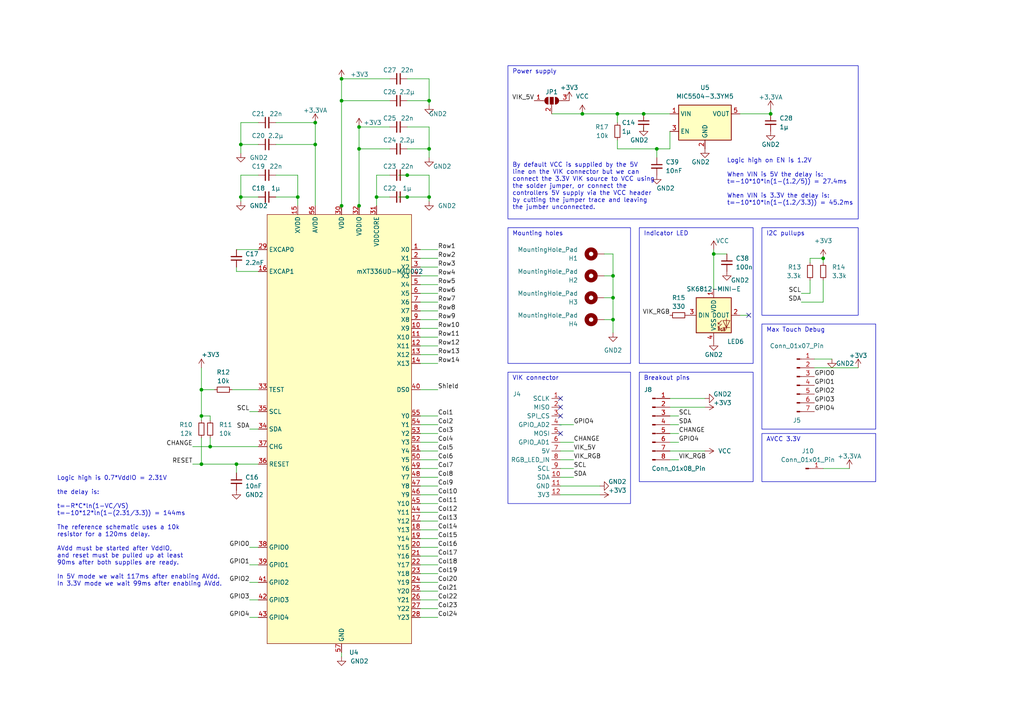
<source format=kicad_sch>
(kicad_sch (version 20230121) (generator eeschema)
  (paper "A4")
  (title_block (title "Trackpad") (date "2023-12-08") (rev "1") (company "George Norton"))
  (lib_symbols
    (symbol "Connector:Conn_01x01_Pin" (pin_names (offset 1.016) hide)
      (property "Reference" "J" (at 0 2.54 0))
      (property "Value" "Conn_01x01_Pin" (at 0 -2.54 0))
      (symbol "Conn_01x01_Pin_1_1"
        (polyline (pts (xy 1.27 0) (xy 0.8636 0)) (stroke (width 0.1524)))
        (rectangle (start 0.8636 0.127) (end 0 -0.127) (stroke (width 0.1524)) (fill (type outline)))
        (pin passive line (at 5.08 0 180) (length 3.81) (name "Pin_1") (number "1"))
      )
    )
    (symbol "Connector:Conn_01x07_Pin" (pin_names (offset 1.016) hide)
      (property "Reference" "J" (at 0 10.16 0))
      (property "Value" "Conn_01x07_Pin" (at 0 -10.16 0))
      (symbol "Conn_01x07_Pin_1_1"
        (polyline (pts (xy 1.27 -7.62) (xy 0.8636 -7.62)) (stroke (width 0.1524)))
        (polyline (pts (xy 1.27 -5.08) (xy 0.8636 -5.08)) (stroke (width 0.1524)))
        (polyline (pts (xy 1.27 -2.54) (xy 0.8636 -2.54)) (stroke (width 0.1524)))
        (polyline (pts (xy 1.27 0) (xy 0.8636 0)) (stroke (width 0.1524)))
        (polyline (pts (xy 1.27 2.54) (xy 0.8636 2.54)) (stroke (width 0.1524)))
        (polyline (pts (xy 1.27 5.08) (xy 0.8636 5.08)) (stroke (width 0.1524)))
        (polyline (pts (xy 1.27 7.62) (xy 0.8636 7.62)) (stroke (width 0.1524)))
        (rectangle (start 0.8636 -7.493) (end 0 -7.747) (stroke (width 0.1524)) (fill (type outline)))
        (rectangle (start 0.8636 -4.953) (end 0 -5.207) (stroke (width 0.1524)) (fill (type outline)))
        (rectangle (start 0.8636 -2.413) (end 0 -2.667) (stroke (width 0.1524)) (fill (type outline)))
        (rectangle (start 0.8636 0.127) (end 0 -0.127) (stroke (width 0.1524)) (fill (type outline)))
        (rectangle (start 0.8636 2.667) (end 0 2.413) (stroke (width 0.1524)) (fill (type outline)))
        (rectangle (start 0.8636 5.207) (end 0 4.953) (stroke (width 0.1524)) (fill (type outline)))
        (rectangle (start 0.8636 7.747) (end 0 7.493) (stroke (width 0.1524)) (fill (type outline)))
        (pin passive line (at 5.08 7.62 180) (length 3.81) (name "Pin_1") (number "1"))
        (pin passive line (at 5.08 5.08 180) (length 3.81) (name "Pin_2") (number "2"))
        (pin passive line (at 5.08 2.54 180) (length 3.81) (name "Pin_3") (number "3"))
        (pin passive line (at 5.08 0 180) (length 3.81) (name "Pin_4") (number "4"))
        (pin passive line (at 5.08 -2.54 180) (length 3.81) (name "Pin_5") (number "5"))
        (pin passive line (at 5.08 -5.08 180) (length 3.81) (name "Pin_6") (number "6"))
        (pin passive line (at 5.08 -7.62 180) (length 3.81) (name "Pin_7") (number "7"))
      )
    )
    (symbol "Connector:Conn_01x08_Pin" (pin_names (offset 1.016) hide)
      (property "Reference" "J" (at 0 10.16 0))
      (property "Value" "Conn_01x08_Pin" (at 0 -12.7 0))
      (symbol "Conn_01x08_Pin_1_1"
        (polyline (pts (xy 1.27 -10.16) (xy 0.8636 -10.16)) (stroke (width 0.1524)))
        (polyline (pts (xy 1.27 -7.62) (xy 0.8636 -7.62)) (stroke (width 0.1524)))
        (polyline (pts (xy 1.27 -5.08) (xy 0.8636 -5.08)) (stroke (width 0.1524)))
        (polyline (pts (xy 1.27 -2.54) (xy 0.8636 -2.54)) (stroke (width 0.1524)))
        (polyline (pts (xy 1.27 0) (xy 0.8636 0)) (stroke (width 0.1524)))
        (polyline (pts (xy 1.27 2.54) (xy 0.8636 2.54)) (stroke (width 0.1524)))
        (polyline (pts (xy 1.27 5.08) (xy 0.8636 5.08)) (stroke (width 0.1524)))
        (polyline (pts (xy 1.27 7.62) (xy 0.8636 7.62)) (stroke (width 0.1524)))
        (rectangle (start 0.8636 -10.033) (end 0 -10.287) (stroke (width 0.1524)) (fill (type outline)))
        (rectangle (start 0.8636 -7.493) (end 0 -7.747) (stroke (width 0.1524)) (fill (type outline)))
        (rectangle (start 0.8636 -4.953) (end 0 -5.207) (stroke (width 0.1524)) (fill (type outline)))
        (rectangle (start 0.8636 -2.413) (end 0 -2.667) (stroke (width 0.1524)) (fill (type outline)))
        (rectangle (start 0.8636 0.127) (end 0 -0.127) (stroke (width 0.1524)) (fill (type outline)))
        (rectangle (start 0.8636 2.667) (end 0 2.413) (stroke (width 0.1524)) (fill (type outline)))
        (rectangle (start 0.8636 5.207) (end 0 4.953) (stroke (width 0.1524)) (fill (type outline)))
        (rectangle (start 0.8636 7.747) (end 0 7.493) (stroke (width 0.1524)) (fill (type outline)))
        (pin passive line (at 5.08 7.62 180) (length 3.81) (name "Pin_1") (number "1"))
        (pin passive line (at 5.08 5.08 180) (length 3.81) (name "Pin_2") (number "2"))
        (pin passive line (at 5.08 2.54 180) (length 3.81) (name "Pin_3") (number "3"))
        (pin passive line (at 5.08 0 180) (length 3.81) (name "Pin_4") (number "4"))
        (pin passive line (at 5.08 -2.54 180) (length 3.81) (name "Pin_5") (number "5"))
        (pin passive line (at 5.08 -5.08 180) (length 3.81) (name "Pin_6") (number "6"))
        (pin passive line (at 5.08 -7.62 180) (length 3.81) (name "Pin_7") (number "7"))
        (pin passive line (at 5.08 -10.16 180) (length 3.81) (name "Pin_8") (number "8"))
      )
    )
    (symbol "Device:C_Small" (pin_numbers hide) (pin_names (offset 0.254) hide)
      (property "Reference" "C" (at 0.254 1.778 0))
      (property "Value" "C_Small" (at 0.254 -2.032 0))
      (symbol "C_Small_0_1"
        (polyline (pts (xy -1.524 -0.508) (xy 1.524 -0.508)) (stroke (width 0.3302)))
        (polyline (pts (xy -1.524 0.508) (xy 1.524 0.508)) (stroke (width 0.3048)))
      )
      (symbol "C_Small_1_1"
        (pin passive line (at 0 2.54 270) (length 2.032) (name "~") (number "1"))
        (pin passive line (at 0 -2.54 90) (length 2.032) (name "~") (number "2"))
      )
    )
    (symbol "Device:R_Small" (pin_numbers hide) (pin_names (offset 0.254) hide)
      (property "Reference" "R" (at 0.762 0.508 0))
      (property "Value" "R_Small" (at 0.762 -1.016 0))
      (symbol "R_Small_0_1"
        (rectangle (start -0.762 1.778) (end 0.762 -1.778) (stroke (width 0.2032)))
      )
      (symbol "R_Small_1_1"
        (pin passive line (at 0 2.54 270) (length 0.762) (name "~") (number "1"))
        (pin passive line (at 0 -2.54 90) (length 0.762) (name "~") (number "2"))
      )
    )
    (symbol "Jumper:SolderJumper_3_Open" (pin_names (offset 0) hide)
      (property "Reference" "JP" (at -2.54 -2.54 0))
      (property "Value" "SolderJumper_3_Open" (at 0 2.794 0))
      (symbol "SolderJumper_3_Open_0_1"
        (arc (start -1.016 1.016) (mid -2.0276 0) (end -1.016 -1.016))
        (arc (start -1.016 1.016) (mid -2.0276 0) (end -1.016 -1.016) (fill (type outline)))
        (rectangle (start -0.508 1.016) (end 0.508 -1.016) (fill (type outline)))
        (polyline (pts (xy -2.54 0) (xy -2.032 0)))
        (polyline (pts (xy -1.016 1.016) (xy -1.016 -1.016)))
        (polyline (pts (xy 0 -1.27) (xy 0 -1.016)))
        (polyline (pts (xy 1.016 1.016) (xy 1.016 -1.016)))
        (polyline (pts (xy 2.54 0) (xy 2.032 0)))
        (arc (start 1.016 -1.016) (mid 2.0276 0) (end 1.016 1.016))
        (arc (start 1.016 -1.016) (mid 2.0276 0) (end 1.016 1.016) (fill (type outline)))
      )
      (symbol "SolderJumper_3_Open_1_1"
        (pin passive line (at -5.08 0 0) (length 2.54) (name "A") (number "1"))
        (pin passive line (at 0 -3.81 90) (length 2.54) (name "C") (number "2"))
        (pin passive line (at 5.08 0 180) (length 2.54) (name "B") (number "3"))
      )
    )
    (symbol "Marbastlib:SK6812MINI-E"
      (property "Reference" "LED" (at 2.54 6.35 0))
      (property "Value" "SK6812MINI-E" (at 7.62 -6.35 0))
      (symbol "SK6812MINI-E_0_0"
        (text "RGB" (at 2.286 -4.191 0) (effects (font (size 0.762 0.762))))
      )
      (symbol "SK6812MINI-E_0_1"
        (polyline (pts (xy 1.27 -3.556) (xy 1.778 -3.556)))
        (polyline (pts (xy 1.27 -2.54) (xy 1.778 -2.54)))
        (polyline (pts (xy 4.699 -3.556) (xy 2.667 -3.556)))
        (polyline (pts (xy 2.286 -2.54) (xy 1.27 -3.556) (xy 1.27 -3.048)))
        (polyline (pts (xy 2.286 -1.524) (xy 1.27 -2.54) (xy 1.27 -2.032)))
        (polyline (pts (xy 3.683 -1.016) (xy 3.683 -3.556) (xy 3.683 -4.064)))
        (polyline (pts (xy 4.699 -1.524) (xy 2.667 -1.524) (xy 3.683 -3.556) (xy 4.699 -1.524)))
        (rectangle (start 5.08 5.08) (end -5.08 -5.08) (stroke (width 0.254)) (fill (type background)))
      )
      (symbol "SK6812MINI-E_1_1"
        (pin power_in line (at 0 7.62 270) (length 2.54) (name "VDD") (number "1"))
        (pin output line (at 7.62 0 180) (length 2.54) (name "DOUT") (number "2"))
        (pin input line (at -7.62 0 0) (length 2.54) (name "DIN") (number "3"))
        (pin power_in line (at 0 -7.62 90) (length 2.54) (name "VSS") (number "4"))
      )
    )
    (symbol "MaxTouch:mXT336UD-MAU002"
      (property "Reference" "mXT336UD-MAU1" (at 2.1941 -64.77 0))
      (property "Value" "~" (at 13.97 45.72 0))
      (symbol "mXT336UD-MAU002_1_1"
        (rectangle (start -21.59 62.23) (end 20.32 -62.23) (fill (type background)))
        (pin passive line (at 22.86 52.07 180) (length 2.54) (name "X0") (number "1"))
        (pin passive line (at 22.86 29.21 180) (length 2.54) (name "X9") (number "10"))
        (pin passive line (at 22.86 26.67 180) (length 2.54) (name "X10") (number "11"))
        (pin passive line (at 22.86 24.13 180) (length 2.54) (name "X11") (number "12"))
        (pin passive line (at 22.86 21.59 180) (length 2.54) (name "X12") (number "13"))
        (pin passive line (at 22.86 19.05 180) (length 2.54) (name "X13") (number "14"))
        (pin power_in line (at -12.7 64.77 270) (length 2.54) (name "XVDD") (number "15"))
        (pin power_in line (at -24.13 45.72 0) (length 2.54) (name "EXCAP1") (number "16"))
        (pin passive line (at 22.86 -26.67 180) (length 2.54) (name "Y12") (number "17"))
        (pin passive line (at 22.86 -29.21 180) (length 2.54) (name "Y13") (number "18"))
        (pin passive line (at 22.86 -31.75 180) (length 2.54) (name "Y14") (number "19"))
        (pin passive line (at 22.86 49.53 180) (length 2.54) (name "X1") (number "2"))
        (pin passive line (at 22.86 -34.29 180) (length 2.54) (name "Y15") (number "20"))
        (pin passive line (at 22.86 -36.83 180) (length 2.54) (name "Y16") (number "21"))
        (pin passive line (at 22.86 -39.37 180) (length 2.54) (name "Y17") (number "22"))
        (pin passive line (at 22.86 -41.91 180) (length 2.54) (name "Y18") (number "23"))
        (pin passive line (at 22.86 -44.45 180) (length 2.54) (name "Y19") (number "24"))
        (pin passive line (at 22.86 -46.99 180) (length 2.54) (name "Y20") (number "25"))
        (pin passive line (at 22.86 -49.53 180) (length 2.54) (name "Y21") (number "26"))
        (pin passive line (at 22.86 -52.07 180) (length 2.54) (name "Y22") (number "27"))
        (pin passive line (at 22.86 -54.61 180) (length 2.54) (name "Y23") (number "28"))
        (pin power_in line (at -24.13 52.07 0) (length 2.54) (name "EXCAP0") (number "29"))
        (pin passive line (at 22.86 46.99 180) (length 2.54) (name "X2") (number "3"))
        (pin power_in line (at 0 64.77 270) (length 2.54) (name "VDD") (number "30"))
        (pin power_in line (at 10.16 64.77 270) (length 2.54) (name "VDDCORE") (number "31"))
        (pin power_in line (at 5.08 64.77 270) (length 2.54) (name "VDDIO") (number "32"))
        (pin unspecified line (at -24.13 11.43 0) (length 2.54) (name "TEST") (number "33"))
        (pin bidirectional line (at -24.13 0 0) (length 2.54) (name "SDA") (number "34"))
        (pin input line (at -24.13 5.08 0) (length 2.54) (name "SCL") (number "35"))
        (pin input line (at -24.13 -10.16 0) (length 2.54) (name "RESET") (number "36"))
        (pin output line (at -24.13 -5.08 0) (length 2.54) (name "CHG") (number "37"))
        (pin bidirectional line (at -24.13 -34.29 0) (length 2.54) (name "GPIO0") (number "38"))
        (pin bidirectional line (at -24.13 -39.37 0) (length 2.54) (name "GPIO1") (number "39"))
        (pin passive line (at 22.86 44.45 180) (length 2.54) (name "X3") (number "4"))
        (pin output line (at 22.86 11.43 180) (length 2.54) (name "DS0") (number "40"))
        (pin bidirectional line (at -24.13 -44.45 0) (length 2.54) (name "GPIO2") (number "41"))
        (pin bidirectional line (at -24.13 -49.53 0) (length 2.54) (name "GPIO3") (number "42"))
        (pin bidirectional line (at -24.13 -54.61 0) (length 2.54) (name "GPIO4") (number "43"))
        (pin passive line (at 22.86 -24.13 180) (length 2.54) (name "Y11") (number "44"))
        (pin passive line (at 22.86 -21.59 180) (length 2.54) (name "Y10") (number "45"))
        (pin passive line (at 22.86 -19.05 180) (length 2.54) (name "Y9") (number "46"))
        (pin passive line (at 22.86 -16.51 180) (length 2.54) (name "Y8") (number "47"))
        (pin passive line (at 22.86 -13.97 180) (length 2.54) (name "Y7") (number "48"))
        (pin passive line (at 22.86 -11.43 180) (length 2.54) (name "Y6") (number "49"))
        (pin passive line (at 22.86 41.91 180) (length 2.54) (name "X4") (number "5"))
        (pin passive line (at 22.86 -8.89 180) (length 2.54) (name "Y5") (number "50"))
        (pin passive line (at 22.86 -6.35 180) (length 2.54) (name "Y4") (number "51"))
        (pin passive line (at 22.86 -3.81 180) (length 2.54) (name "Y3") (number "52"))
        (pin passive line (at 22.86 -1.27 180) (length 2.54) (name "Y2") (number "53"))
        (pin passive line (at 22.86 1.27 180) (length 2.54) (name "Y1") (number "54"))
        (pin passive line (at 22.86 3.81 180) (length 2.54) (name "Y0") (number "55"))
        (pin power_in line (at -7.62 64.77 270) (length 2.54) (name "AVDD") (number "56"))
        (pin power_in line (at 0 -64.77 90) (length 2.54) (name "GND") (number "57"))
        (pin passive line (at 22.86 39.37 180) (length 2.54) (name "X5") (number "6"))
        (pin passive line (at 22.86 36.83 180) (length 2.54) (name "X6") (number "7"))
        (pin passive line (at 22.86 34.29 180) (length 2.54) (name "X7") (number "8"))
        (pin passive line (at 22.86 31.75 180) (length 2.54) (name "X8") (number "9"))
      )
    )
    (symbol "Mechanical:MountingHole_Pad" (pin_numbers hide) (pin_names (offset 1.016) hide)
      (property "Reference" "H" (at 0 6.35 0))
      (property "Value" "MountingHole_Pad" (at 0 4.445 0))
      (symbol "MountingHole_Pad_0_1"
        (circle (center 0 1.27) (radius 1.27) (stroke (width 1.27)))
      )
      (symbol "MountingHole_Pad_1_1"
        (pin input line (at 0 -2.54 90) (length 2.54) (name "1") (number "1"))
      )
    )
    (symbol "Regulator_Linear:MIC5504-3.3YM5"
      (property "Reference" "U" (at -7.62 8.89 0))
      (property "Value" "MIC5504-3.3YM5" (at -7.62 6.35 0))
      (symbol "MIC5504-3.3YM5_0_1"
        (rectangle (start -7.62 -5.08) (end 7.62 5.08) (stroke (width 0.254)) (fill (type background)))
      )
      (symbol "MIC5504-3.3YM5_1_1"
        (pin power_in line (at -10.16 2.54 0) (length 2.54) (name "VIN") (number "1"))
        (pin power_in line (at 0 -7.62 90) (length 2.54) (name "GND") (number "2"))
        (pin input line (at -10.16 -2.54 0) (length 2.54) (name "EN") (number "3"))
        (pin no_connect line (at 7.62 -2.54 180) (length 2.54) hide (name "NC") (number "4"))
        (pin power_out line (at 10.16 2.54 180) (length 2.54) (name "VOUT") (number "5"))
      )
    )
    (symbol "Vik:vik-module-connector"
      (property "Reference" "J" (at 0 17.78 0))
      (symbol "vik-module-connector_1_1"
        (pin input line (at 0 13.97 0) (length 2.54) (name "SCLK") (number "1"))
        (pin input line (at 0 -8.89 0) (length 2.54) (name "SDA") (number "10"))
        (pin power_in line (at 0 -11.43 0) (length 2.54) (name "GND") (number "11"))
        (pin power_in line (at 0 -13.97 0) (length 2.54) (name "3V3") (number "12"))
        (pin input line (at 0 11.43 0) (length 2.54) (name "MISO") (number "2"))
        (pin input line (at 0 8.89 0) (length 2.54) (name "SPI_CS") (number "3"))
        (pin input line (at 0 6.35 0) (length 2.54) (name "GPIO_AD2") (number "4"))
        (pin input line (at 0 3.81 0) (length 2.54) (name "MOSI") (number "5"))
        (pin input line (at 0 1.27 0) (length 2.54) (name "GPIO_AD1") (number "6"))
        (pin power_in line (at 0 -1.27 0) (length 2.54) (name "5V") (number "7"))
        (pin input line (at 0 -3.81 0) (length 2.54) (name "RGB_LED_IN") (number "8"))
        (pin input line (at 0 -6.35 0) (length 2.54) (name "SCL") (number "9"))
      )
    )
    (symbol "power:+3.3VA" (power) (pin_names (offset 0))
      (property "Value" "+3.3VA" (at 0 3.556 0))
      (symbol "+3.3VA_0_1"
        (polyline (pts (xy -0.762 1.27) (xy 0 2.54)))
        (polyline (pts (xy 0 0) (xy 0 2.54)))
        (polyline (pts (xy 0 2.54) (xy 0.762 1.27)))
      )
      (symbol "+3.3VA_1_1"
        (pin power_in line (at 0 0 90) (length 0) hide (name "+3.3VA") (number "1"))
      )
    )
    (symbol "power:+3V3" (power) (pin_names (offset 0))
      (property "Value" "+3V3" (at 0 3.556 0))
      (symbol "+3V3_0_1"
        (polyline (pts (xy -0.762 1.27) (xy 0 2.54)))
        (polyline (pts (xy 0 0) (xy 0 2.54)))
        (polyline (pts (xy 0 2.54) (xy 0.762 1.27)))
      )
      (symbol "+3V3_1_1"
        (pin power_in line (at 0 0 90) (length 0) hide (name "+3V3") (number "1"))
      )
    )
    (symbol "power:GND2" (power) (pin_names (offset 0))
      (property "Value" "GND2" (at 0 -3.81 0))
      (symbol "GND2_0_1"
        (polyline (pts (xy 0 0) (xy 0 -1.27) (xy 1.27 -1.27) (xy 0 -2.54) (xy -1.27 -1.27) (xy 0 -1.27)))
      )
      (symbol "GND2_1_1"
        (pin power_in line (at 0 0 270) (length 0) hide (name "GND2") (number "1"))
      )
    )
    (symbol "power:VCC" (power) (pin_names (offset 0))
      (property "Value" "VCC" (at 0 3.81 0))
      (symbol "VCC_0_1"
        (polyline (pts (xy -0.762 1.27) (xy 0 2.54)))
        (polyline (pts (xy 0 0) (xy 0 2.54)))
        (polyline (pts (xy 0 2.54) (xy 0.762 1.27)))
      )
      (symbol "VCC_1_1"
        (pin power_in line (at 0 0 90) (length 0) hide (name "VCC") (number "1"))
      )
    )
  )
  (junction (at 168.91 33.02))
  (junction (at 124.46 43.18))
  (junction (at 58.42 120.65))
  (junction (at 58.42 113.03))
  (junction (at 223.52 33.02))
  (junction (at 69.85 57.15))
  (junction (at 177.8 80.01))
  (junction (at 58.42 134.62))
  (junction (at 104.14 59.69))
  (junction (at 118.11 50.8))
  (junction (at 86.36 57.15))
  (junction (at 177.8 92.71))
  (junction (at 99.06 22.86))
  (junction (at 177.8 86.36))
  (junction (at 190.5 43.18))
  (junction (at 91.44 35.56))
  (junction (at 207.01 73.66))
  (junction (at 104.14 43.18))
  (junction (at 186.69 33.02))
  (junction (at 68.58 134.62))
  (junction (at 238.76 74.93))
  (junction (at 91.44 41.91))
  (junction (at 104.14 36.83))
  (junction (at 60.96 129.54))
  (junction (at 118.11 57.15))
  (junction (at 99.06 29.21))
  (junction (at 124.46 29.21))
  (junction (at 124.46 57.15))
  (junction (at 179.07 33.02))
  (junction (at 69.85 41.91))
  (junction (at 99.06 59.69))
  (junction (at 109.22 57.15))
  (no_connect (at 162.56 120.65))
  (no_connect (at 162.56 125.73))
  (no_connect (at 162.56 115.57))
  (no_connect (at 217.17 91.44))
  (no_connect (at 162.56 118.11))
  (wire (pts (xy 121.92 176.53) (xy 127 176.53)))
  (wire (pts (xy 99.06 60.96) (xy 99.06 59.69)))
  (wire (pts (xy 190.5 43.18) (xy 190.5 45.72)))
  (wire (pts (xy 177.8 80.01) (xy 177.8 86.36)))
  (wire (pts (xy 121.92 130.81) (xy 127 130.81)))
  (wire (pts (xy 121.92 143.51) (xy 127 143.51)))
  (wire (pts (xy 91.44 35.56) (xy 80.01 35.56)))
  (wire (pts (xy 86.36 50.8) (xy 80.01 50.8)))
  (wire (pts (xy 67.31 113.03) (xy 74.93 113.03)))
  (wire (pts (xy 186.69 33.02) (xy 194.31 33.02)))
  (wire (pts (xy 121.92 100.33) (xy 127 100.33)))
  (wire (pts (xy 121.92 82.55) (xy 127 82.55)))
  (wire (pts (xy 118.11 43.18) (xy 124.46 43.18)))
  (wire (pts (xy 121.92 90.17) (xy 127 90.17)))
  (wire (pts (xy 121.92 146.05) (xy 127 146.05)))
  (wire (pts (xy 118.11 57.15) (xy 124.46 57.15)))
  (wire (pts (xy 121.92 166.37) (xy 127 166.37)))
  (wire (pts (xy 72.39 158.75) (xy 74.93 158.75)))
  (wire (pts (xy 214.63 33.02) (xy 223.52 33.02)))
  (wire (pts (xy 162.56 135.89) (xy 166.37 135.89)))
  (wire (pts (xy 207.01 73.66) (xy 207.01 83.82)))
  (wire (pts (xy 121.92 138.43) (xy 127 138.43)))
  (wire (pts (xy 60.96 121.92) (xy 60.96 120.65)))
  (wire (pts (xy 124.46 29.21) (xy 124.46 30.48)))
  (wire (pts (xy 234.95 76.2) (xy 234.95 74.93)))
  (wire (pts (xy 74.93 50.8) (xy 69.85 50.8)))
  (wire (pts (xy 58.42 120.65) (xy 58.42 121.92)))
  (wire (pts (xy 58.42 113.03) (xy 62.23 113.03)))
  (wire (pts (xy 179.07 40.64) (xy 179.07 43.18)))
  (wire (pts (xy 168.91 33.02) (xy 179.07 33.02)))
  (wire (pts (xy 86.36 59.69) (xy 86.36 57.15)))
  (wire (pts (xy 99.06 29.21) (xy 113.03 29.21)))
  (wire (pts (xy 124.46 22.86) (xy 124.46 29.21)))
  (wire (pts (xy 238.76 74.93) (xy 238.76 76.2)))
  (wire (pts (xy 204.47 130.81) (xy 194.31 130.81)))
  (wire (pts (xy 86.36 57.15) (xy 86.36 50.8)))
  (wire (pts (xy 91.44 41.91) (xy 91.44 59.69)))
  (wire (pts (xy 194.31 38.1) (xy 194.31 43.18)))
  (wire (pts (xy 121.92 156.21) (xy 127 156.21)))
  (wire (pts (xy 99.06 29.21) (xy 99.06 22.86)))
  (wire (pts (xy 204.47 118.11) (xy 194.31 118.11)))
  (wire (pts (xy 104.14 60.96) (xy 104.14 59.69)))
  (wire (pts (xy 60.96 129.54) (xy 60.96 127)))
  (wire (pts (xy 69.85 35.56) (xy 69.85 41.91)))
  (wire (pts (xy 241.3 104.14) (xy 236.22 104.14)))
  (wire (pts (xy 124.46 57.15) (xy 124.46 58.42)))
  (wire (pts (xy 104.14 36.83) (xy 113.03 36.83)))
  (wire (pts (xy 104.14 43.18) (xy 113.03 43.18)))
  (wire (pts (xy 121.92 123.19) (xy 127 123.19)))
  (wire (pts (xy 118.11 50.8) (xy 124.46 50.8)))
  (wire (pts (xy 124.46 43.18) (xy 124.46 45.72)))
  (wire (pts (xy 109.22 50.8) (xy 113.03 50.8)))
  (wire (pts (xy 175.26 92.71) (xy 177.8 92.71)))
  (wire (pts (xy 177.8 86.36) (xy 177.8 92.71)))
  (wire (pts (xy 99.06 190.5) (xy 99.06 189.23)))
  (wire (pts (xy 121.92 77.47) (xy 127 77.47)))
  (wire (pts (xy 204.47 115.57) (xy 194.31 115.57)))
  (wire (pts (xy 121.92 171.45) (xy 127 171.45)))
  (wire (pts (xy 175.26 86.36) (xy 177.8 86.36)))
  (wire (pts (xy 58.42 113.03) (xy 58.42 120.65)))
  (wire (pts (xy 69.85 57.15) (xy 74.93 57.15)))
  (wire (pts (xy 121.92 125.73) (xy 127 125.73)))
  (wire (pts (xy 196.85 125.73) (xy 194.31 125.73)))
  (wire (pts (xy 55.88 129.54) (xy 60.96 129.54)))
  (wire (pts (xy 196.85 133.35) (xy 194.31 133.35)))
  (wire (pts (xy 166.37 130.81) (xy 162.56 130.81)))
  (wire (pts (xy 118.11 29.21) (xy 124.46 29.21)))
  (wire (pts (xy 238.76 87.63) (xy 238.76 81.28)))
  (wire (pts (xy 68.58 78.74) (xy 68.58 77.47)))
  (wire (pts (xy 162.56 133.35) (xy 166.37 133.35)))
  (wire (pts (xy 121.92 161.29) (xy 127 161.29)))
  (wire (pts (xy 121.92 72.39) (xy 127 72.39)))
  (wire (pts (xy 121.92 140.97) (xy 127 140.97)))
  (wire (pts (xy 196.85 128.27) (xy 194.31 128.27)))
  (wire (pts (xy 121.92 158.75) (xy 127 158.75)))
  (wire (pts (xy 124.46 50.8) (xy 124.46 57.15)))
  (wire (pts (xy 179.07 33.02) (xy 179.07 35.56)))
  (wire (pts (xy 121.92 133.35) (xy 127 133.35)))
  (wire (pts (xy 72.39 173.99) (xy 74.93 173.99)))
  (wire (pts (xy 99.06 22.86) (xy 113.03 22.86)))
  (wire (pts (xy 121.92 151.13) (xy 127 151.13)))
  (wire (pts (xy 72.39 179.07) (xy 74.93 179.07)))
  (wire (pts (xy 80.01 57.15) (xy 86.36 57.15)))
  (wire (pts (xy 104.14 43.18) (xy 104.14 36.83)))
  (wire (pts (xy 69.85 50.8) (xy 69.85 57.15)))
  (wire (pts (xy 173.99 143.51) (xy 162.56 143.51)))
  (wire (pts (xy 121.92 92.71) (xy 127 92.71)))
  (wire (pts (xy 121.92 135.89) (xy 127 135.89)))
  (wire (pts (xy 177.8 92.71) (xy 177.8 96.52)))
  (wire (pts (xy 234.95 85.09) (xy 234.95 81.28)))
  (wire (pts (xy 173.99 140.97) (xy 162.56 140.97)))
  (wire (pts (xy 196.85 120.65) (xy 194.31 120.65)))
  (wire (pts (xy 91.44 35.56) (xy 91.44 41.91)))
  (wire (pts (xy 104.14 43.18) (xy 104.14 59.69)))
  (wire (pts (xy 177.8 73.66) (xy 177.8 80.01)))
  (wire (pts (xy 55.88 134.62) (xy 58.42 134.62)))
  (wire (pts (xy 109.22 59.69) (xy 109.22 57.15)))
  (wire (pts (xy 72.39 168.91) (xy 74.93 168.91)))
  (wire (pts (xy 74.93 124.46) (xy 72.39 124.46)))
  (wire (pts (xy 80.01 41.91) (xy 91.44 41.91)))
  (wire (pts (xy 121.92 179.07) (xy 127 179.07)))
  (wire (pts (xy 121.92 153.67) (xy 127 153.67)))
  (wire (pts (xy 68.58 134.62) (xy 68.58 137.16)))
  (wire (pts (xy 121.92 168.91) (xy 127 168.91)))
  (wire (pts (xy 238.76 135.89) (xy 246.38 135.89)))
  (wire (pts (xy 248.92 106.68) (xy 236.22 106.68)))
  (wire (pts (xy 232.41 87.63) (xy 238.76 87.63)))
  (wire (pts (xy 121.92 148.59) (xy 127 148.59)))
  (wire (pts (xy 234.95 74.93) (xy 238.76 74.93)))
  (wire (pts (xy 179.07 43.18) (xy 190.5 43.18)))
  (wire (pts (xy 232.41 85.09) (xy 234.95 85.09)))
  (wire (pts (xy 162.56 138.43) (xy 166.37 138.43)))
  (wire (pts (xy 115.57 50.8) (xy 118.11 50.8)))
  (wire (pts (xy 58.42 127) (xy 58.42 134.62)))
  (wire (pts (xy 121.92 105.41) (xy 127 105.41)))
  (wire (pts (xy 175.26 80.01) (xy 177.8 80.01)))
  (wire (pts (xy 68.58 72.39) (xy 74.93 72.39)))
  (wire (pts (xy 69.85 41.91) (xy 69.85 44.45)))
  (wire (pts (xy 121.92 128.27) (xy 127 128.27)))
  (wire (pts (xy 121.92 87.63) (xy 127 87.63)))
  (wire (pts (xy 121.92 173.99) (xy 127 173.99)))
  (wire (pts (xy 121.92 97.79) (xy 127 97.79)))
  (wire (pts (xy 118.11 22.86) (xy 124.46 22.86)))
  (wire (pts (xy 166.37 123.19) (xy 162.56 123.19)))
  (wire (pts (xy 74.93 35.56) (xy 69.85 35.56)))
  (wire (pts (xy 121.92 74.93) (xy 127 74.93)))
  (wire (pts (xy 109.22 57.15) (xy 113.03 57.15)))
  (wire (pts (xy 72.39 163.83) (xy 74.93 163.83)))
  (wire (pts (xy 121.92 113.03) (xy 127 113.03)))
  (wire (pts (xy 109.22 57.15) (xy 109.22 50.8)))
  (wire (pts (xy 121.92 102.87) (xy 127 102.87)))
  (wire (pts (xy 69.85 57.15) (xy 69.85 58.42)))
  (wire (pts (xy 121.92 163.83) (xy 127 163.83)))
  (wire (pts (xy 160.02 33.02) (xy 168.91 33.02)))
  (wire (pts (xy 58.42 106.68) (xy 58.42 113.03)))
  (wire (pts (xy 179.07 33.02) (xy 186.69 33.02)))
  (wire (pts (xy 74.93 119.38) (xy 72.39 119.38)))
  (wire (pts (xy 196.85 123.19) (xy 194.31 123.19)))
  (wire (pts (xy 186.69 36.83) (xy 186.69 38.1)))
  (wire (pts (xy 207.01 73.66) (xy 210.82 73.66)))
  (wire (pts (xy 60.96 120.65) (xy 58.42 120.65)))
  (wire (pts (xy 207.01 72.39) (xy 207.01 73.66)))
  (wire (pts (xy 121.92 80.01) (xy 127 80.01)))
  (wire (pts (xy 58.42 134.62) (xy 68.58 134.62)))
  (wire (pts (xy 74.93 78.74) (xy 68.58 78.74)))
  (wire (pts (xy 223.52 31.75) (xy 223.52 33.02)))
  (wire (pts (xy 214.63 91.44) (xy 217.17 91.44)))
  (wire (pts (xy 162.56 128.27) (xy 166.37 128.27)))
  (wire (pts (xy 121.92 85.09) (xy 127 85.09)))
  (wire (pts (xy 74.93 41.91) (xy 69.85 41.91)))
  (wire (pts (xy 121.92 120.65) (xy 127 120.65)))
  (wire (pts (xy 175.26 73.66) (xy 177.8 73.66)))
  (wire (pts (xy 124.46 36.83) (xy 124.46 43.18)))
  (wire (pts (xy 121.92 95.25) (xy 127 95.25)))
  (wire (pts (xy 99.06 29.21) (xy 99.06 59.69)))
  (wire (pts (xy 60.96 129.54) (xy 74.93 129.54)))
  (wire (pts (xy 115.57 57.15) (xy 118.11 57.15)))
  (wire (pts (xy 118.11 36.83) (xy 124.46 36.83)))
  (wire (pts (xy 190.5 43.18) (xy 194.31 43.18)))
  (wire (pts (xy 68.58 134.62) (xy 74.93 134.62)))
  (rectangle (start 220.98 125.73) (end 254 139.7))
  (rectangle (start 147.32 19.05) (end 248.92 63.5))
  (rectangle (start 185.42 66.04) (end 218.44 105.41))
  (rectangle (start 185.42 107.95) (end 218.44 139.7))
  (rectangle (start 220.98 93.98) (end 254 124.46))
  (rectangle (start 147.32 107.95) (end 182.88 146.05))
  (rectangle (start 220.98 66.04) (end 248.92 91.44))
  (rectangle (start 147.32 66.04) (end 182.88 105.41))
  (text "Indicator LED" (at 186.69 68.58 0) (effects (font (size 1.27 1.27)) (justify left bottom)))
  (text "Mounting holes" (at 148.59 68.58 0) (effects (font (size 1.27 1.27)) (justify left bottom)))
  (text "By default VCC is supplied by the 5V\nline on the VIK connector but we can\nconnect the 3.3V VIK source to VCC using\nthe solder jumper, or connect the\ncontrollers 5V supply via the VCC header\nby cutting the jumper trace and leaving\nthe jumber unconnected." (at 148.59 60.96 0) (effects (font (size 1.27 1.27)) (justify left bottom)))
  (text "Logic high is 0.7*VddIO = 2.31V\n\nthe delay is:\n\nt=-R*C*ln(1-VC/VS)\nt=-10*12*ln(1-(2.31/3.3)) = 144ms\n\nThe reference schematic uses a 10k\nresistor for a 120ms delay.\n\nAVdd must be started after VddIO,\nand reset must be pulled up at least\n90ms after both supplies are ready.\n\nIn 5V mode we wait 117ms after enabling AVdd.\nIn 3.3V mode we wait 99ms after enabling AVdd." (at 16.51 170.18 0) (effects (font (size 1.27 1.27)) (justify left bottom)))
  (text "I2C pullups" (at 222.25 68.58 0) (effects (font (size 1.27 1.27)) (justify left bottom)))
  (text "Power supply" (at 148.59 21.59 0) (effects (font (size 1.27 1.27)) (justify left bottom)))
  (text "Logic high on EN is 1.2V\n\nWhen VIN is 5V the delay is:\nt=-10*10*ln(1-(1.2/5)) = 27.4ms\n\nWhen VIN is 3.3V the delay is:\nt=-10*10*ln(1-(1.2/3.3)) = 45.2ms" (at 210.82 59.69 0) (effects (font (size 1.27 1.27)) (justify left bottom)))
  (text "VIK connector" (at 148.59 110.49 0) (effects (font (size 1.27 1.27)) (justify left bottom)))
  (text "Breakout pins" (at 186.69 110.49 0) (effects (font (size 1.27 1.27)) (justify left bottom)))
  (text "AVCC 3.3V" (at 222.25 128.27 0) (effects (font (size 1.27 1.27)) (justify left bottom)))
  (text "Max Touch Debug" (at 222.25 96.52 0) (effects (font (size 1.27 1.27)) (justify left bottom)))
  (label "Col20" (at 127 168.91 0))
  (label "VIK_5V" (at 154.94 29.21 180))
  (label "GPIO0" (at 236.22 109.22 0))
  (label "Row1" (at 127 72.39 0))
  (label "Col24" (at 127 179.07 0))
  (label "Col3" (at 127 125.73 0))
  (label "Row14" (at 127 105.41 0))
  (label "Row10" (at 127 95.25 0))
  (label "CHANGE" (at 196.85 125.73 0))
  (label "SCL" (at 72.39 119.38 180))
  (label "SCL" (at 166.37 135.89 0))
  (label "Col5" (at 127 130.81 0))
  (label "Col17" (at 127 161.29 0))
  (label "Shield" (at 127 113.03 0))
  (label "Col22" (at 127 173.99 0))
  (label "Row7" (at 127 87.63 0))
  (label "Row4" (at 127 80.01 0))
  (label "Col12" (at 127 148.59 0))
  (label "Col19" (at 127 166.37 0))
  (label "Col15" (at 127 156.21 0))
  (label "SDA" (at 232.41 87.63 180))
  (label "SDA" (at 166.37 138.43 0))
  (label "SDA" (at 72.39 124.46 180))
  (label "Col14" (at 127 153.67 0))
  (label "Row6" (at 127 85.09 0))
  (label "Col7" (at 127 135.89 0))
  (label "GPIO2" (at 236.22 114.3 0))
  (label "GPIO4" (at 236.22 119.38 0))
  (label "Row3" (at 127 77.47 0))
  (label "Row11" (at 127 97.79 0))
  (label "SDA" (at 196.85 123.19 0))
  (label "GPIO0" (at 72.39 158.75 180))
  (label "RESET" (at 55.88 134.62 180))
  (label "Col1" (at 127 120.65 0))
  (label "GPIO4" (at 196.85 128.27 0))
  (label "SCL" (at 196.85 120.65 0))
  (label "GPIO3" (at 236.22 116.84 0))
  (label "CHANGE" (at 166.37 128.27 0))
  (label "GPIO3" (at 72.39 173.99 180))
  (label "Row8" (at 127 90.17 0))
  (label "Col8" (at 127 138.43 0))
  (label "Col2" (at 127 123.19 0))
  (label "VIK_RGB" (at 166.37 133.35 0))
  (label "VIK_5V" (at 166.37 130.81 0))
  (label "SCL" (at 232.41 85.09 180))
  (label "GPIO2" (at 72.39 168.91 180))
  (label "Row9" (at 127 92.71 0))
  (label "Col13" (at 127 151.13 0))
  (label "CHANGE" (at 55.88 129.54 180))
  (label "Col10" (at 127 143.51 0))
  (label "Col4" (at 127 128.27 0))
  (label "Col11" (at 127 146.05 0))
  (label "VIK_RGB" (at 194.31 91.44 180))
  (label "GPIO4" (at 72.39 179.07 180))
  (label "Col21" (at 127 171.45 0))
  (label "Row13" (at 127 102.87 0))
  (label "GPIO4" (at 166.37 123.19 0))
  (label "Col6" (at 127 133.35 0))
  (label "Col23" (at 127 176.53 0))
  (label "Col16" (at 127 158.75 0))
  (label "Row2" (at 127 74.93 0))
  (label "Col18" (at 127 163.83 0))
  (label "Col9" (at 127 140.97 0))
  (label "Row12" (at 127 100.33 0))
  (label "GPIO1" (at 72.39 163.83 180))
  (label "GPIO1" (at 236.22 111.76 0))
  (label "VIK_RGB" (at 196.85 133.35 0))
  (label "Row5" (at 127 82.55 0))
  (symbol (lib_id "power:+3V3") (at 173.99 143.51 270) (mirror x) (unit 1)
    (property "Reference" "#PWR020" (effects hide))
    (property "Value" "+3.3V" (at 179.07 142.24 90))
  )
  (symbol (lib_id "power:GND2") (at 173.99 140.97 90) (mirror x) (unit 1)
    (property "Reference" "#PWR012" (effects hide))
    (property "Value" "GND" (at 179.07 139.7 90))
  )
  (symbol (lib_id "Device:R_Small") (at 234.95 78.74 0) (mirror y) (unit 1)
    (property "Reference" "R13" (at 232.41 77.47 0) (effects (justify left)))
    (property "Value" "3.3k" (at 232.41 80.01 0) (effects (justify left)))
    (property "Footprint" "Resistor_SMD:R_0402_1005Metric" (effects hide))
  )
  (symbol (lib_id "Mechanical:MountingHole_Pad") (at 172.72 86.36 90) (unit 1)
    (property "Reference" "H3" (at 167.64 87.63 90) (effects (justify left)))
    (property "Value" "MountingHole_Pad" (at 167.64 85.09 90) (effects (justify left)))
    (property "Footprint" "MountingHole:MountingHole_3.2mm_M3_Pad_Via" (effects hide))
  )
  (symbol (lib_id "Connector:Conn_01x07_Pin") (at 231.14 111.76 0) (unit 1)
    (property "Reference" "J5" (at 231.14 121.92 0))
    (property "Value" "Conn_01x07_Pin" (at 231.14 100.33 0))
    (property "Footprint" "Connector_PinHeader_1.27mm:PinHeader_1x07_P1.27mm_Vertical" (effects hide))
  )
  (symbol (lib_id "Connector:Conn_01x01_Pin") (at 233.68 135.89 0) (unit 1)
    (property "Reference" "J10" (at 234.315 130.81 0))
    (property "Value" "Conn_01x01_Pin" (at 234.315 133.35 0))
    (property "Footprint" "Connector_PinHeader_1.27mm:PinHeader_1x01_P1.27mm_Vertical" (effects hide))
  )
  (symbol (lib_id "power:+3V3") (at 248.92 106.68 0) (mirror y) (unit 1)
    (property "Reference" "#PWR074" (effects hide))
    (property "Value" "+3.3V" (at 248.92 103.124 0))
  )
  (symbol (lib_id "power:VCC") (at 168.91 33.02 0) (unit 1)
    (property "Reference" "#PWR075" (effects hide))
    (property "Value" "VCC" (at 168.91 27.94 0))
  )
  (symbol (lib_id "power:+3.3VA") (at 91.44 35.56 0) (unit 1)
    (property "Reference" "#PWR0101" (effects hide))
    (property "Value" "+3.3VA" (at 91.44 32.004 0))
  )
  (symbol (lib_id "Mechanical:MountingHole_Pad") (at 172.72 73.66 90) (unit 1)
    (property "Reference" "H1" (at 167.64 74.93 90) (effects (justify left)))
    (property "Value" "MountingHole_Pad" (at 167.64 72.39 90) (effects (justify left)))
    (property "Footprint" "MountingHole:MountingHole_3.2mm_M3_Pad_Via" (effects hide))
  )
  (symbol (lib_id "Device:C_Small") (at 68.58 74.93 180) (unit 1)
    (property "Reference" "C17" (at 71.12 73.6536 0) (effects (justify right)))
    (property "Value" "2.2nF" (at 71.12 76.1936 0) (effects (justify right)))
    (property "Footprint" "Capacitor_SMD:C_0603_1608Metric" (effects hide))
    (property "LCSC" "C1604" (effects hide))
  )
  (symbol (lib_id "power:GND2") (at 210.82 78.74 0) (unit 1)
    (property "Reference" "#PWR084" (effects hide))
    (property "Value" "GND2" (at 214.63 81.28 0))
  )
  (symbol (lib_id "Device:C_Small") (at 115.57 29.21 270) (unit 1)
    (property "Reference" "C26" (at 113.03 26.67 90))
    (property "Value" "2.2µ" (at 118.11 26.67 90))
    (property "Footprint" "Capacitor_SMD:C_0402_1005Metric" (effects hide))
    (property "LCSC" "C12530" (effects hide))
  )
  (symbol (lib_id "power:+3.3VA") (at 246.38 135.89 0) (unit 1)
    (property "Reference" "#PWR066" (effects hide))
    (property "Value" "+3.3VA" (at 246.38 132.334 0))
  )
  (symbol (lib_id "power:GND2") (at 177.8 96.52 0) (unit 1)
    (property "Reference" "#PWR02" (effects hide))
    (property "Value" "GND2" (at 177.8 101.6 0))
  )
  (symbol (lib_id "Device:R_Small") (at 238.76 78.74 0) (unit 1)
    (property "Reference" "R14" (at 241.3 77.47 0) (effects (justify left)))
    (property "Value" "3.3k" (at 241.3 80.01 0) (effects (justify left)))
    (property "Footprint" "Resistor_SMD:R_0402_1005Metric" (effects hide))
  )
  (symbol (lib_id "power:GND2") (at 190.5 50.8 0) (unit 1)
    (property "Reference" "#PWR0102" (effects hide))
    (property "Value" "GND2" (at 193.04 54.61 0))
  )
  (symbol (lib_id "Mechanical:MountingHole_Pad") (at 172.72 80.01 90) (unit 1)
    (property "Reference" "H2" (at 167.64 81.28 90) (effects (justify left)))
    (property "Value" "MountingHole_Pad" (at 167.64 78.74 90) (effects (justify left)))
    (property "Footprint" "MountingHole:MountingHole_3.2mm_M3_Pad_Via" (effects hide))
  )
  (symbol (lib_id "Device:R_Small") (at 196.85 91.44 270) (unit 1)
    (property "Reference" "R15" (at 196.85 86.36 90))
    (property "Value" "330" (at 196.85 88.9 90))
    (property "Footprint" "Resistor_SMD:R_0402_1005Metric" (effects hide))
    (property "LCSC" "C25104" (effects hide))
  )
  (symbol (lib_id "power:+3V3") (at 204.47 118.11 270) (mirror x) (unit 1)
    (property "Reference" "#PWR089" (effects hide))
    (property "Value" "+3.3V" (at 209.55 116.84 90))
  )
  (symbol (lib_id "Device:C_Small") (at 77.47 35.56 90) (unit 1)
    (property "Reference" "C21" (at 74.93 33.02 90))
    (property "Value" "22n" (at 80.01 33.02 90))
    (property "Footprint" "Capacitor_SMD:C_0402_1005Metric" (effects hide))
    (property "LCSC" "C1532" (effects hide))
  )
  (symbol (lib_id "power:GND2") (at 124.46 45.72 0) (unit 1)
    (property "Reference" "#PWR045" (effects hide))
    (property "Value" "GND" (at 128.27 48.26 0))
  )
  (symbol (lib_id "power:+3V3") (at 165.1 29.21 0) (mirror y) (unit 1)
    (property "Reference" "#PWR082" (effects hide))
    (property "Value" "+3.3V" (at 165.1 25.4 0))
  )
  (symbol (lib_id "Vik:vik-module-connector") (at 162.56 129.54 0) (mirror y) (unit 1)
    (property "Reference" "J4" (at 151.13 114.3 0) (effects (justify left)))
    (property "Value" "~" (at 162.56 123.19 0))
    (property "Footprint" "Vik:vik-module-connector-vertical" (effects hide))
    (property "LCSC" "C262499" (effects hide))
  )
  (symbol (lib_id "power:GND2") (at 68.58 142.24 0) (unit 1)
    (property "Reference" "#PWR023" (effects hide))
    (property "Value" "GND" (at 71.12 143.51 0) (effects (justify left)))
  )
  (symbol (lib_id "power:+3V3") (at 58.42 106.68 0) (unit 1)
    (property "Reference" "#PWR022" (effects hide))
    (property "Value" "+3.3V" (at 58.42 102.87 0) (effects (justify left)))
  )
  (symbol (lib_id "Device:C_Small") (at 77.47 50.8 270) (unit 1)
    (property "Reference" "C19" (at 74.93 48.26 90))
    (property "Value" "22n" (at 80.01 48.26 90))
    (property "Footprint" "Capacitor_SMD:C_0402_1005Metric" (effects hide))
    (property "LCSC" "C1532" (effects hide))
  )
  (symbol (lib_id "power:GND2") (at 223.52 38.1 0) (unit 1)
    (property "Reference" "#PWR0106" (effects hide))
    (property "Value" "GND2" (at 223.52 41.91 0))
  )
  (symbol (lib_id "power:GND2") (at 241.3 104.14 0) (mirror y) (unit 1)
    (property "Reference" "#PWR073" (effects hide))
    (property "Value" "GND" (at 245.11 105.41 0))
  )
  (symbol (lib_id "power:GND2") (at 204.47 115.57 90) (mirror x) (unit 1)
    (property "Reference" "#PWR088" (effects hide))
    (property "Value" "GND" (at 209.55 114.3 90))
  )
  (symbol (lib_id "Connector:Conn_01x08_Pin") (at 189.23 123.19 0) (unit 1)
    (property "Reference" "J8" (at 187.96 113.03 0))
    (property "Value" "Conn_01x08_Pin" (at 196.85 135.89 0))
    (property "Footprint" "Connector_PinHeader_2.54mm:PinHeader_1x08_P2.54mm_Vertical" (effects hide))
  )
  (symbol (lib_id "Device:C_Small") (at 68.58 139.7 0) (unit 1)
    (property "Reference" "C16" (at 71.12 138.4363 0) (effects (justify left)))
    (property "Value" "10nF" (at 71.12 140.9763 0) (effects (justify left)))
    (property "Footprint" "Capacitor_SMD:C_0402_1005Metric" (effects hide))
    (property "LCSC" "C15195" (effects hide))
  )
  (symbol (lib_id "Device:C_Small") (at 115.57 43.18 270) (unit 1)
    (property "Reference" "C24" (at 113.03 40.64 90))
    (property "Value" "2.2µ" (at 118.11 40.64 90))
    (property "Footprint" "Capacitor_SMD:C_0402_1005Metric" (effects hide))
    (property "LCSC" "C12530" (effects hide))
  )
  (symbol (lib_id "power:GND2") (at 186.69 36.83 0) (unit 1)
    (property "Reference" "#PWR0105" (effects hide))
    (property "Value" "GND2" (at 185.42 40.64 0))
  )
  (symbol (lib_id "Device:R_Small") (at 179.07 38.1 0) (mirror y) (unit 1)
    (property "Reference" "R17" (at 176.53 36.83 0) (effects (justify left)))
    (property "Value" "10k" (at 176.53 39.37 0) (effects (justify left)))
    (property "Footprint" "Resistor_SMD:R_0402_1005Metric" (effects hide))
    (property "LCSC" "C25752" (effects hide))
  )
  (symbol (lib_id "Jumper:SolderJumper_3_Open") (at 160.02 29.21 0) (unit 1)
    (property "Reference" "JP1" (at 160.02 26.67 0))
    (property "Value" "SolderJumper_3_Open" (effects hide))
    (property "Footprint" "Jumper:SolderJumper-3_P1.3mm_Bridged2Bar12_RoundedPad1.0x1.5mm" (effects hide))
  )
  (symbol (lib_id "power:+3V3") (at 104.14 36.83 0) (unit 1)
    (property "Reference" "#PWR029" (effects hide))
    (property "Value" "+3.3V" (at 105.41 35.56 0) (effects (justify left)))
  )
  (symbol (lib_id "Device:C_Small") (at 190.5 48.26 0) (unit 1)
    (property "Reference" "C39" (at 193.04 46.9963 0) (effects (justify left)))
    (property "Value" "10nF" (at 193.04 49.5363 0) (effects (justify left)))
    (property "Footprint" "Capacitor_SMD:C_0402_1005Metric" (effects hide))
    (property "LCSC" "C15195" (effects hide))
  )
  (symbol (lib_id "power:GND2") (at 124.46 30.48 0) (unit 1)
    (property "Reference" "#PWR044" (effects hide))
    (property "Value" "GND" (at 127 33.02 0))
  )
  (symbol (lib_id "Mechanical:MountingHole_Pad") (at 172.72 92.71 90) (unit 1)
    (property "Reference" "H4" (at 167.64 93.98 90) (effects (justify left)))
    (property "Value" "MountingHole_Pad" (at 167.64 91.44 90) (effects (justify left)))
    (property "Footprint" "MountingHole:MountingHole_3.2mm_M3_Pad_Via" (effects hide))
  )
  (symbol (lib_id "Device:C_Small") (at 210.82 76.2 0) (unit 1)
    (property "Reference" "C38" (at 213.36 74.9363 0) (effects (justify left)))
    (property "Value" "100n" (at 213.36 77.4763 0) (effects (justify left)))
    (property "Footprint" "Capacitor_SMD:C_0402_1005Metric" (effects hide))
    (property "LCSC" "C1525" (effects hide))
  )
  (symbol (lib_id "Device:C_Small") (at 115.57 22.86 270) (unit 1)
    (property "Reference" "C27" (at 113.03 20.32 90))
    (property "Value" "22n" (at 118.11 20.32 90))
    (property "Footprint" "Capacitor_SMD:C_0402_1005Metric" (effects hide))
    (property "LCSC" "C1532" (effects hide))
  )
  (symbol (lib_id "power:+3V3") (at 238.76 74.93 0) (unit 1)
    (property "Reference" "#PWR076" (effects hide))
    (property "Value" "+3.3V" (at 238.76 69.85 0))
  )
  (symbol (lib_id "power:+3V3") (at 99.06 22.86 0) (unit 1)
    (property "Reference" "#PWR027" (effects hide))
    (property "Value" "+3.3V" (at 101.6 21.59 0) (effects (justify left)))
  )
  (symbol (lib_id "power:GND2") (at 99.06 190.5 0) (unit 1)
    (property "Reference" "#PWR028" (effects hide))
    (property "Value" "GND" (at 101.6 191.77 0) (effects (justify left)))
  )
  (symbol (lib_id "Device:R_Small") (at 60.96 124.46 0) (unit 1)
    (property "Reference" "R11" (at 63.5 123.19 0) (effects (justify left)))
    (property "Value" "10k" (at 63.5 125.73 0) (effects (justify left)))
    (property "Footprint" "Resistor_SMD:R_0402_1005Metric" (effects hide))
    (property "LCSC" "C25744" (effects hide))
  )
  (symbol (lib_id "Marbastlib:SK6812MINI-E") (at 207.01 91.44 0) (unit 1)
    (property "Reference" "LED6" (at 213.36 99.06 0))
    (property "Value" "SK6812-MINI-E" (at 207.01 83.82 0))
    (property "Footprint" "PCM_marbastlib-various:LED_6028R" (effects hide))
    (property "LCSC" "C5149201" (effects hide))
  )
  (symbol (lib_id "Device:C_Small") (at 223.52 35.56 0) (unit 1)
    (property "Reference" "C28" (at 226.06 34.2963 0) (effects (justify left)))
    (property "Value" "1µ" (at 226.06 36.83 0) (effects (justify left)))
    (property "Footprint" "Capacitor_SMD:C_0402_1005Metric" (effects hide))
    (property "LCSC" "C1525" (effects hide))
  )
  (symbol (lib_id "power:GND2") (at 124.46 58.42 0) (unit 1)
    (property "Reference" "#PWR046" (effects hide))
    (property "Value" "GND" (at 127 59.69 0) (effects (justify left)))
  )
  (symbol (lib_id "Device:C_Small") (at 115.57 57.15 270) (unit 1)
    (property "Reference" "C22" (at 113.03 54.61 90))
    (property "Value" "1µ" (at 118.11 54.61 90))
    (property "Footprint" "Capacitor_SMD:C_0402_1005Metric" (effects hide))
    (property "LCSC" "C52923" (effects hide))
  )
  (symbol (lib_id "Device:C_Small") (at 186.69 35.56 0) (unit 1)
    (property "Reference" "C14" (at 180.34 35.56 0) (effects (justify left)))
    (property "Value" "1µ" (at 180.34 38.1 0) (effects (justify left)))
    (property "Footprint" "Capacitor_SMD:C_0402_1005Metric" (effects hide))
    (property "LCSC" "C1525" (effects hide))
  )
  (symbol (lib_id "power:GND2") (at 207.01 99.06 0) (unit 1)
    (property "Reference" "#PWR080" (effects hide))
    (property "Value" "GND2" (at 207.01 102.87 0))
  )
  (symbol (lib_id "Device:C_Small") (at 77.47 41.91 90) (unit 1)
    (property "Reference" "C20" (at 74.93 39.37 90))
    (property "Value" "2.2µ" (at 80.01 39.37 90))
    (property "Footprint" "Capacitor_SMD:C_0402_1005Metric" (effects hide))
    (property "LCSC" "C12530" (effects hide))
  )
  (symbol (lib_id "Device:R_Small") (at 64.77 113.03 90) (unit 1)
    (property "Reference" "R12" (at 64.77 107.95 90))
    (property "Value" "10k" (at 64.77 110.49 90))
    (property "Footprint" "Resistor_SMD:R_0402_1005Metric" (effects hide))
    (property "LCSC" "C25744" (effects hide))
  )
  (symbol (lib_id "power:VCC") (at 204.47 130.81 270) (unit 1)
    (property "Reference" "#PWR081" (effects hide))
    (property "Value" "VCC" (at 208.28 130.81 90) (effects (justify left)))
  )
  (symbol (lib_id "Device:C_Small") (at 77.47 57.15 270) (unit 1)
    (property "Reference" "C18" (at 74.93 54.61 90))
    (property "Value" "1µ" (at 80.01 54.61 90))
    (property "Footprint" "Capacitor_SMD:C_0402_1005Metric" (effects hide))
    (property "LCSC" "C52923" (effects hide))
  )
  (symbol (lib_id "Device:C_Small") (at 115.57 36.83 270) (unit 1)
    (property "Reference" "C25" (at 113.03 34.29 90))
    (property "Value" "22n" (at 118.11 34.29 90))
    (property "Footprint" "Capacitor_SMD:C_0402_1005Metric" (effects hide))
    (property "LCSC" "C1532" (effects hide))
  )
  (symbol (lib_id "Regulator_Linear:MIC5504-3.3YM5") (at 204.47 35.56 0) (unit 1)
    (property "Reference" "U5" (at 204.47 25.4 0))
    (property "Value" "MIC5504-3.3YM5" (at 204.47 27.94 0))
    (property "Footprint" "Package_TO_SOT_SMD:SOT-23-5" (effects hide))
    (property "Datasheet" "http://ww1.microchip.com/downloads/en/DeviceDoc/MIC550X.pdf" (effects hide))
    (property "Height" "1" (effects hide))
    (property "Mouser Part Number" "998-MIC5323-3.3YD5TR" (effects hide))
    (property "Mouser Price/Stock" "https://www.mouser.co.uk/ProductDetail/Microchip-Technology-Micrel/MIC5323-33YD5-TR?qs=U6T8BxXiZAX5zkAwp1aJvQ%3D%3D" (effects hide))
    (property "Manufacturer_Name" "Microchip" (effects hide))
    (property "Manufacturer_Part_Number" "MIC5323-3.3YD5-TR" (effects hide))
    (property "LCSC" "C88419" (effects hide))
  )
  (symbol (lib_id "MaxTouch:mXT336UD-MAU002") (at 99.06 124.46 0) (unit 1)
    (property "Reference" "U4" (at 101.2541 189.23 0) (effects (justify left)))
    (property "Value" "mXT336UD-MAU002" (at 113.03 78.74 0))
    (property "Footprint" "Trackpad:QFN-56_EP_6x6_Pitch0.35mm" (effects hide))
    (property "Datasheet" "https://ww1.microchip.com/downloads/secure/aemDocuments/documents/HMID/ProductDocuments/DataSheets/mXT336UD_2_0_Touchscreen_Controller_Product_Datasheet.pdf" (effects hide))
  )
  (symbol (lib_id "power:VCC") (at 207.01 72.39 0) (unit 1)
    (property "Reference" "#PWR079" (effects hide))
    (property "Value" "VCC" (at 209.55 69.85 0))
  )
  (symbol (lib_id "power:GND2") (at 69.85 44.45 0) (unit 1)
    (property "Reference" "#PWR024" (effects hide))
    (property "Value" "GND" (at 72.39 45.72 0) (effects (justify left)))
  )
  (symbol (lib_id "Device:R_Small") (at 58.42 124.46 0) (mirror y) (unit 1)
    (property "Reference" "R10" (at 55.88 123.19 0) (effects (justify left)))
    (property "Value" "12k" (at 55.88 125.73 0) (effects (justify left)))
    (property "Footprint" "Resistor_SMD:R_0402_1005Metric" (effects hide))
    (property "LCSC" "C25752" (effects hide))
  )
  (symbol (lib_id "Device:C_Small") (at 115.57 50.8 270) (unit 1)
    (property "Reference" "C23" (at 113.03 48.26 90))
    (property "Value" "22n" (at 118.11 48.26 90))
    (property "Footprint" "Capacitor_SMD:C_0402_1005Metric" (effects hide))
    (property "LCSC" "C1532" (effects hide))
  )
  (symbol (lib_id "power:GND2") (at 204.47 43.18 0) (unit 1)
    (property "Reference" "#PWR0108" (effects hide))
    (property "Value" "GND2" (at 203.2 46.99 0))
  )
  (symbol (lib_id "power:+3.3VA") (at 223.52 31.75 0) (unit 1)
    (property "Reference" "#PWR0103" (effects hide))
    (property "Value" "+3.3VA" (at 223.52 28.194 0))
  )
  (symbol (lib_id "power:GND2") (at 69.85 58.42 0) (unit 1)
    (property "Reference" "#PWR025" (effects hide))
    (property "Value" "GND" (at 72.39 59.69 0) (effects (justify left)))
  )
)
</source>
